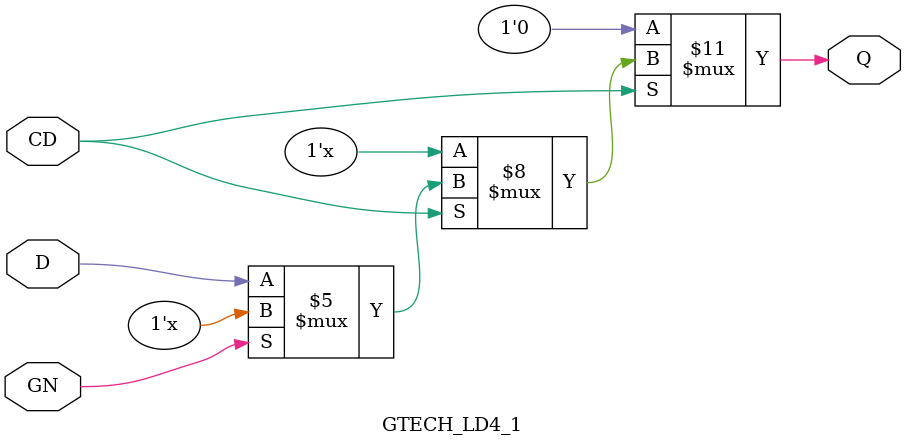
<source format=v>



module GTECH_LD4_1 (D, GN, CD, Q); 
	input D, GN, CD;
	output Q;

	reg Q;


        always @(GN or D or CD)
        begin
	    if (!CD) Q = 0;
	    else 
  	    begin
            	if (!GN) 
		    Q = D;
		
	    end
        end
endmodule




</source>
